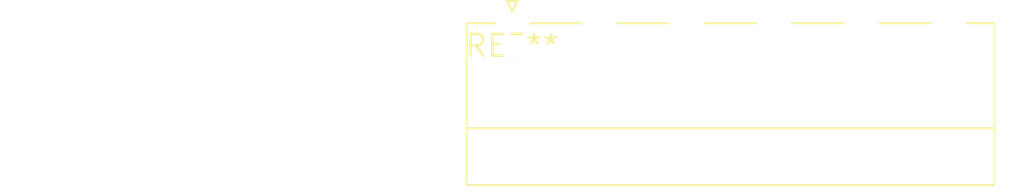
<source format=kicad_pcb>
(kicad_pcb (version 20240108) (generator pcbnew)
  (layers (0 "F.Cu" signal) (31 "B.Cu" signal) (34 "B.Paste" user) (35 "F.Paste" user) (36 "B.SilkS" user "B.Silkscreen") (37 "F.SilkS" user "F.Silkscreen") (38 "B.Mask" user) (39 "F.Mask" user) (44 "Edge.Cuts" user))
  (net 0 "")
  (footprint "PhoenixContact_MC_1,5_6-G-5.08_1x06_P5.08mm_Horizontal" (layer "F.Cu") (at 0 0)
    (property "Reference" "REF**")
    (property "Value" "PhoenixContact_MC_1,5_6-G-5.08_1x06_P5.08mm_Horizontal")
    (fp_line (start -2.65 -1.31) (end -2.65 8.11) (layer "F.SilkS") (stroke (width 0.12)))
    (fp_line (start -2.65 -1.31) (end -1.05 -1.31) (layer "F.SilkS") (stroke (width 0.12)))
    (fp_line (start -2.65 4.8) (end 28.05 4.8) (layer "F.SilkS") (stroke (width 0.12)))
    (fp_line (start -2.65 8.11) (end 28.05 8.11) (layer "F.SilkS") (stroke (width 0.12)))
    (fp_line (start -0.3 -2.6) (end 0.3 -2.6) (layer "F.SilkS") (stroke (width 0.12)))
    (fp_line (start 0 -2) (end -0.3 -2.6) (layer "F.SilkS") (stroke (width 0.12)))
    (fp_line (start 0.3 -2.6) (end 0 -2) (layer "F.SilkS") (stroke (width 0.12)))
    (fp_line (start 1.05 -1.31) (end 4.03 -1.31) (layer "F.SilkS") (stroke (width 0.12)))
    (fp_line (start 6.13 -1.31) (end 9.11 -1.31) (layer "F.SilkS") (stroke (width 0.12)))
    (fp_line (start 11.21 -1.31) (end 14.19 -1.31) (layer "F.SilkS") (stroke (width 0.12)))
    (fp_line (start 16.29 -1.31) (end 19.27 -1.31) (layer "F.SilkS") (stroke (width 0.12)))
    (fp_line (start 21.37 -1.31) (end 24.35 -1.31) (layer "F.SilkS") (stroke (width 0.12)))
    (fp_line (start 28.05 -1.31) (end 26.45 -1.31) (layer "F.SilkS") (stroke (width 0.12)))
    (fp_line (start 28.05 8.11) (end 28.05 -1.31) (layer "F.SilkS") (stroke (width 0.12)))
    (pad "1" thru_hole roundrect (at 0 0) (size 1.8 3.6) (drill 1.2) (layers *.Cu *.Mask) (remove_unused_layers) (roundrect_rratio 0.138889))
    (pad "2" thru_hole oval (at 5.08 0) (size 1.8 3.6) (drill 1.2) (layers *.Cu *.Mask) (remove_unused_layers))
    (pad "3" thru_hole oval (at 10.16 0) (size 1.8 3.6) (drill 1.2) (layers *.Cu *.Mask) (remove_unused_layers))
    (pad "4" thru_hole oval (at 15.24 0) (size 1.8 3.6) (drill 1.2) (layers *.Cu *.Mask) (remove_unused_layers))
    (pad "5" thru_hole oval (at 20.32 0) (size 1.8 3.6) (drill 1.2) (layers *.Cu *.Mask) (remove_unused_layers))
    (pad "6" thru_hole oval (at 25.4 0) (size 1.8 3.6) (drill 1.2) (layers *.Cu *.Mask) (remove_unused_layers))
  )
)
</source>
